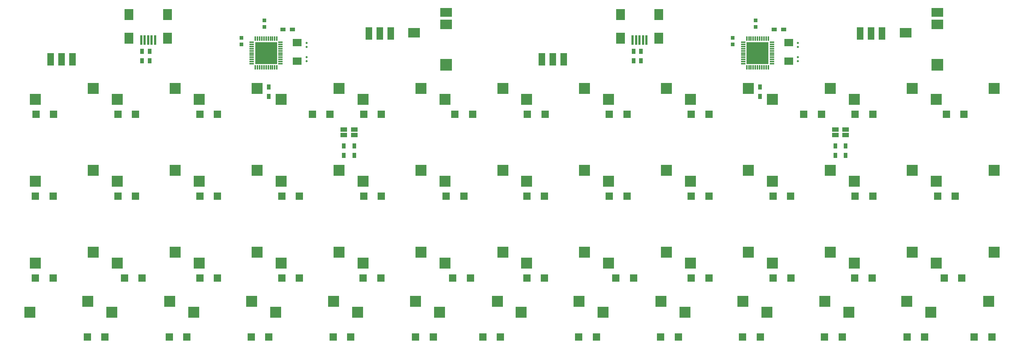
<source format=gbr>
G04 #@! TF.GenerationSoftware,KiCad,Pcbnew,(2017-09-19 revision dddaa7e69)-makepkg*
G04 #@! TF.CreationDate,2017-11-16T19:15:37+01:00*
G04 #@! TF.ProjectId,lets_split,6C6574735F73706C69742E6B69636164,rev?*
G04 #@! TF.SameCoordinates,Original*
G04 #@! TF.FileFunction,Paste,Bot*
G04 #@! TF.FilePolarity,Positive*
%FSLAX46Y46*%
G04 Gerber Fmt 4.6, Leading zero omitted, Abs format (unit mm)*
G04 Created by KiCad (PCBNEW (2017-09-19 revision dddaa7e69)-makepkg) date 11/16/17 19:15:37*
%MOMM*%
%LPD*%
G01*
G04 APERTURE LIST*
%ADD10R,2.550000X2.500000*%
%ADD11R,1.798320X1.767840*%
%ADD12R,0.900000X1.200000*%
%ADD13R,0.889000X0.889000*%
%ADD14R,1.200000X0.900000*%
%ADD15R,1.500000X3.000000*%
%ADD16C,0.497840*%
%ADD17R,2.032000X1.778000*%
%ADD18R,1.500000X1.000000*%
%ADD19R,5.080000X5.080000*%
%ADD20R,0.998220X0.299720*%
%ADD21R,0.299720X0.998220*%
%ADD22R,0.500000X2.300000*%
%ADD23R,2.000000X2.500000*%
%ADD24R,2.800000X2.800000*%
%ADD25R,2.800000X2.200000*%
%ADD26R,2.800000X2.000000*%
G04 APERTURE END LIST*
D10*
X293910000Y-116030000D03*
X307360000Y-113490000D03*
X274860000Y-116030000D03*
X288310000Y-113490000D03*
D11*
X279103620Y-81407000D03*
X275024380Y-81407000D03*
X241011240Y-119507000D03*
X236932000Y-119507000D03*
X202776620Y-119507000D03*
X198697380Y-119507000D03*
D10*
X198660000Y-116030000D03*
X212110000Y-113490000D03*
D11*
X260053620Y-119507000D03*
X255974380Y-119507000D03*
X202776620Y-100457000D03*
X198697380Y-100457000D03*
D10*
X255810000Y-116030000D03*
X269260000Y-113490000D03*
X217710000Y-77930000D03*
X231160000Y-75390000D03*
X255810000Y-77930000D03*
X269260000Y-75390000D03*
X250210000Y-75390000D03*
X236760000Y-77930000D03*
D11*
X260046000Y-100457000D03*
X255966760Y-100457000D03*
X267165620Y-81407000D03*
X263086380Y-81407000D03*
X252941620Y-133223000D03*
X248862380Y-133223000D03*
D10*
X248940000Y-124920000D03*
X235490000Y-127460000D03*
D11*
X223477620Y-119507000D03*
X219398380Y-119507000D03*
X214841620Y-133223000D03*
X210762380Y-133223000D03*
D10*
X306090000Y-124920000D03*
X292640000Y-127460000D03*
X293910000Y-77930000D03*
X307360000Y-75390000D03*
X267990000Y-124920000D03*
X254540000Y-127460000D03*
X198660000Y-96980000D03*
X212110000Y-94440000D03*
X293910000Y-96980000D03*
X307360000Y-94440000D03*
X198660000Y-77930000D03*
X212110000Y-75390000D03*
D11*
X241003620Y-81407000D03*
X236924380Y-81407000D03*
X221953620Y-100457000D03*
X217874380Y-100457000D03*
D10*
X229890000Y-124920000D03*
X216440000Y-127460000D03*
X255810000Y-96980000D03*
X269260000Y-94440000D03*
D11*
X279111240Y-100457000D03*
X275032000Y-100457000D03*
X271991620Y-133223000D03*
X267912380Y-133223000D03*
D10*
X236760000Y-116030000D03*
X250210000Y-113490000D03*
X274860000Y-96980000D03*
X288310000Y-94440000D03*
D11*
X233899240Y-133223000D03*
X229820000Y-133223000D03*
D10*
X210840000Y-124920000D03*
X197390000Y-127460000D03*
X217710000Y-96980000D03*
X231160000Y-94440000D03*
X274860000Y-77930000D03*
X288310000Y-75390000D03*
D11*
X221953620Y-81407000D03*
X217874380Y-81407000D03*
X241003620Y-100457000D03*
X236924380Y-100457000D03*
D10*
X287040000Y-124920000D03*
X273590000Y-127460000D03*
X236760000Y-96980000D03*
X250210000Y-94440000D03*
X217710000Y-116030000D03*
X231160000Y-113490000D03*
D11*
X202911240Y-81407000D03*
X198832000Y-81407000D03*
X300312620Y-81407000D03*
X296233380Y-81407000D03*
D12*
X272809500Y-88816000D03*
X272809500Y-91016000D03*
D13*
X246584000Y-65151000D03*
X246584000Y-63627000D03*
D11*
X278976620Y-119507000D03*
X274897380Y-119507000D03*
D14*
X256215500Y-61722000D03*
X258415500Y-61722000D03*
D11*
X299797000Y-119507000D03*
X295717760Y-119507000D03*
D12*
X252934000Y-75100000D03*
X252934000Y-77300000D03*
D15*
X276175000Y-62611000D03*
X278715000Y-62611000D03*
X281255000Y-62611000D03*
D12*
X223500000Y-66800000D03*
X223500000Y-69000000D03*
D11*
X306789620Y-133223000D03*
X302710380Y-133223000D03*
D16*
X261715518Y-69032280D03*
X261715518Y-68107720D03*
D17*
X259556518Y-64760000D03*
X259556518Y-69078000D03*
D18*
X272809500Y-86233000D03*
X272809500Y-84963000D03*
D11*
X291168620Y-133223000D03*
X287089380Y-133223000D03*
D19*
X252317518Y-67173000D03*
D20*
X248969798Y-64673640D03*
X248969798Y-65174020D03*
X248969798Y-65674400D03*
X248969798Y-66174780D03*
X248969798Y-66675160D03*
X248969798Y-67173000D03*
X248969798Y-67670840D03*
X248969798Y-68171220D03*
X248969798Y-68671600D03*
X248969798Y-69171980D03*
X248969798Y-69672360D03*
D21*
X249818158Y-70520720D03*
X250318538Y-70520720D03*
X250818918Y-70520720D03*
X251319298Y-70520720D03*
X251819678Y-70520720D03*
X252317518Y-70520720D03*
X252815358Y-70520720D03*
X253315738Y-70520720D03*
X253816118Y-70520720D03*
X254316498Y-70520720D03*
X254816878Y-70520720D03*
D20*
X255665238Y-69672360D03*
X255665238Y-69171980D03*
X255665238Y-68671600D03*
X255665238Y-68171220D03*
X255665238Y-67670840D03*
X255665238Y-67173000D03*
X255665238Y-66675160D03*
X255665238Y-66174780D03*
X255665238Y-65674400D03*
X255665238Y-65174020D03*
X255665238Y-64673640D03*
D21*
X254816878Y-63825280D03*
X254316498Y-63825280D03*
X253816118Y-63825280D03*
X253315738Y-63825280D03*
X252815358Y-63825280D03*
X252317518Y-63825280D03*
X251819678Y-63825280D03*
X251319298Y-63825280D03*
X250818918Y-63825280D03*
X250318538Y-63825280D03*
X249818158Y-63825280D03*
D12*
X225220000Y-69000000D03*
X225220000Y-66800000D03*
D16*
X261715518Y-65730280D03*
X261715518Y-64805720D03*
D15*
X207290000Y-68658000D03*
X204750000Y-68658000D03*
X202210000Y-68658000D03*
D22*
X226500000Y-64150000D03*
X225700000Y-64150000D03*
X224900000Y-64150000D03*
X224100000Y-64150000D03*
X223300000Y-64150000D03*
D23*
X220450000Y-58250000D03*
X229350000Y-58250000D03*
X229350000Y-63750000D03*
X220450000Y-63750000D03*
D18*
X270396500Y-84963000D03*
X270396500Y-86233000D03*
D11*
X298280620Y-100457000D03*
X294201380Y-100457000D03*
D24*
X294142500Y-69928000D03*
D25*
X294142500Y-60528000D03*
X286742500Y-62428000D03*
D26*
X294142500Y-57728000D03*
D12*
X270396500Y-88816000D03*
X270396500Y-91016000D03*
D13*
X251918000Y-59588400D03*
X251918000Y-61112400D03*
D10*
X122510000Y-77930000D03*
X135960000Y-75390000D03*
X155010000Y-113490000D03*
X141560000Y-116030000D03*
X116910000Y-113490000D03*
X103460000Y-116030000D03*
X121240000Y-127460000D03*
X134690000Y-124920000D03*
X140290000Y-127460000D03*
X153740000Y-124920000D03*
X178390000Y-127460000D03*
X191840000Y-124920000D03*
X193110000Y-113490000D03*
X179660000Y-116030000D03*
X155010000Y-75390000D03*
X141560000Y-77930000D03*
X116910000Y-75390000D03*
X103460000Y-77930000D03*
X155010000Y-94440000D03*
X141560000Y-96980000D03*
X174060000Y-94440000D03*
X160610000Y-96980000D03*
X83140000Y-127460000D03*
X96590000Y-124920000D03*
X102190000Y-127460000D03*
X115640000Y-124920000D03*
X135960000Y-113490000D03*
X122510000Y-116030000D03*
X97860000Y-75390000D03*
X84410000Y-77930000D03*
X174060000Y-75390000D03*
X160610000Y-77930000D03*
X193110000Y-94440000D03*
X179660000Y-96980000D03*
X193110000Y-75390000D03*
X179660000Y-77930000D03*
X97860000Y-94440000D03*
X84410000Y-96980000D03*
X116910000Y-94440000D03*
X103460000Y-96980000D03*
X135960000Y-94440000D03*
X122510000Y-96980000D03*
X97860000Y-113490000D03*
X84410000Y-116030000D03*
X174060000Y-113490000D03*
X160610000Y-116030000D03*
X159340000Y-127460000D03*
X172790000Y-124920000D03*
D11*
X84582000Y-81407000D03*
X88661240Y-81407000D03*
X84447380Y-100457000D03*
X88526620Y-100457000D03*
X84447380Y-119507000D03*
X88526620Y-119507000D03*
X96512380Y-133223000D03*
X100591620Y-133223000D03*
X103624380Y-81407000D03*
X107703620Y-81407000D03*
X103624380Y-100457000D03*
X107703620Y-100457000D03*
X105148380Y-119507000D03*
X109227620Y-119507000D03*
X115570000Y-133223000D03*
X119649240Y-133223000D03*
X122674380Y-81407000D03*
X126753620Y-81407000D03*
X122674380Y-100457000D03*
X126753620Y-100457000D03*
X122682000Y-119507000D03*
X126761240Y-119507000D03*
X134612380Y-133223000D03*
X138691620Y-133223000D03*
X148836380Y-81407000D03*
X152915620Y-81407000D03*
X141716760Y-100457000D03*
X145796000Y-100457000D03*
X141724380Y-119507000D03*
X145803620Y-119507000D03*
X153662380Y-133223000D03*
X157741620Y-133223000D03*
X160774380Y-81407000D03*
X164853620Y-81407000D03*
X160782000Y-100457000D03*
X164861240Y-100457000D03*
X160647380Y-119507000D03*
X164726620Y-119507000D03*
X172839380Y-133223000D03*
X176918620Y-133223000D03*
X181983380Y-81407000D03*
X186062620Y-81407000D03*
X179951380Y-100457000D03*
X184030620Y-100457000D03*
X181467760Y-119507000D03*
X185547000Y-119507000D03*
X188460380Y-133223000D03*
X192539620Y-133223000D03*
D18*
X156146500Y-86233000D03*
X156146500Y-84963000D03*
D15*
X167005000Y-62611000D03*
X164465000Y-62611000D03*
X161925000Y-62611000D03*
D16*
X147465518Y-68107720D03*
X147465518Y-69032280D03*
D23*
X106200000Y-63750000D03*
X115100000Y-63750000D03*
X115100000Y-58250000D03*
X106200000Y-58250000D03*
D22*
X109050000Y-64150000D03*
X109850000Y-64150000D03*
X110650000Y-64150000D03*
X111450000Y-64150000D03*
X112250000Y-64150000D03*
D26*
X179892500Y-57728000D03*
D25*
X172492500Y-62428000D03*
X179892500Y-60528000D03*
D24*
X179892500Y-69928000D03*
D15*
X87960000Y-68658000D03*
X90500000Y-68658000D03*
X93040000Y-68658000D03*
D12*
X138684000Y-77300000D03*
X138684000Y-75100000D03*
D13*
X132334000Y-63627000D03*
X132334000Y-65151000D03*
D16*
X147465518Y-64805720D03*
X147465518Y-65730280D03*
D13*
X137668000Y-61112400D03*
X137668000Y-59588400D03*
D12*
X109250000Y-69000000D03*
X109250000Y-66800000D03*
X110970000Y-66800000D03*
X110970000Y-69000000D03*
D14*
X144165500Y-61722000D03*
X141965500Y-61722000D03*
D21*
X135568158Y-63825280D03*
X136068538Y-63825280D03*
X136568918Y-63825280D03*
X137069298Y-63825280D03*
X137569678Y-63825280D03*
X138067518Y-63825280D03*
X138565358Y-63825280D03*
X139065738Y-63825280D03*
X139566118Y-63825280D03*
X140066498Y-63825280D03*
X140566878Y-63825280D03*
D20*
X141415238Y-64673640D03*
X141415238Y-65174020D03*
X141415238Y-65674400D03*
X141415238Y-66174780D03*
X141415238Y-66675160D03*
X141415238Y-67173000D03*
X141415238Y-67670840D03*
X141415238Y-68171220D03*
X141415238Y-68671600D03*
X141415238Y-69171980D03*
X141415238Y-69672360D03*
D21*
X140566878Y-70520720D03*
X140066498Y-70520720D03*
X139566118Y-70520720D03*
X139065738Y-70520720D03*
X138565358Y-70520720D03*
X138067518Y-70520720D03*
X137569678Y-70520720D03*
X137069298Y-70520720D03*
X136568918Y-70520720D03*
X136068538Y-70520720D03*
X135568158Y-70520720D03*
D20*
X134719798Y-69672360D03*
X134719798Y-69171980D03*
X134719798Y-68671600D03*
X134719798Y-68171220D03*
X134719798Y-67670840D03*
X134719798Y-67173000D03*
X134719798Y-66675160D03*
X134719798Y-66174780D03*
X134719798Y-65674400D03*
X134719798Y-65174020D03*
X134719798Y-64673640D03*
D19*
X138067518Y-67173000D03*
D17*
X145306518Y-69078000D03*
X145306518Y-64760000D03*
D18*
X158559500Y-84963000D03*
X158559500Y-86233000D03*
D12*
X156146500Y-91016000D03*
X156146500Y-88816000D03*
X158559500Y-91016000D03*
X158559500Y-88816000D03*
M02*

</source>
